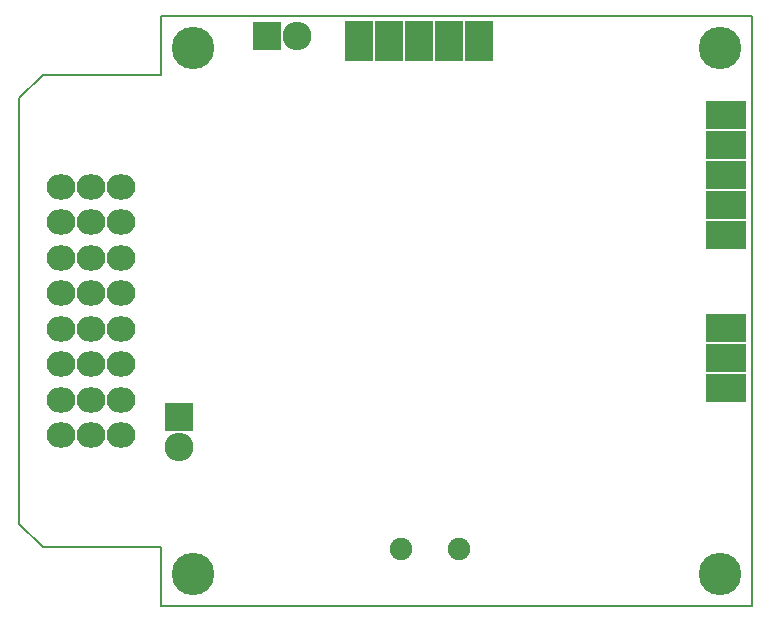
<source format=gbr>
G04 #@! TF.FileFunction,Soldermask,Bot*
%FSLAX46Y46*%
G04 Gerber Fmt 4.6, Leading zero omitted, Abs format (unit mm)*
G04 Created by KiCad (PCBNEW 4.0.2+dfsg1-stable) date Wed 04 Jan 2017 03:35:33 PM JST*
%MOMM*%
G01*
G04 APERTURE LIST*
%ADD10C,0.100000*%
%ADD11C,0.150000*%
%ADD12C,3.600000*%
%ADD13O,2.432000X2.127200*%
%ADD14R,2.400000X3.400000*%
%ADD15R,3.400000X2.400000*%
%ADD16R,2.432000X2.432000*%
%ADD17O,2.432000X2.432000*%
%ADD18C,1.901140*%
G04 APERTURE END LIST*
D10*
D11*
X25000000Y-25000000D02*
X25000000Y25000000D01*
X-25000000Y-25000000D02*
X25000000Y-25000000D01*
X-25000000Y-20000000D02*
X-25000000Y-25000000D01*
X-35000000Y-20000000D02*
X-25000000Y-20000000D01*
X-37000000Y-18000000D02*
X-35000000Y-20000000D01*
X-37000000Y18000000D02*
X-37000000Y-18000000D01*
X-35000000Y20000000D02*
X-37000000Y18000000D01*
X-25000000Y20000000D02*
X-35000000Y20000000D01*
X-25000000Y25000000D02*
X-25000000Y20000000D01*
X25000000Y25000000D02*
X-25000000Y25000000D01*
D12*
X22300000Y-22300000D03*
X22300000Y22300000D03*
X-22300000Y-22300000D03*
D13*
X-33500000Y10500000D03*
X-33500000Y7500000D03*
X-33500000Y4500000D03*
X-33500000Y1500000D03*
X-33500000Y-1500000D03*
X-33500000Y-4500000D03*
X-33500000Y-7500000D03*
X-33500000Y-10500000D03*
X-30960000Y10500000D03*
X-30960000Y7500000D03*
X-30960000Y4500000D03*
X-30960000Y1500000D03*
X-30960000Y-1500000D03*
X-30960000Y-4500000D03*
X-30960000Y-7500000D03*
X-30960000Y-10500000D03*
X-28420000Y10500000D03*
X-28420000Y7500000D03*
X-28420000Y4500000D03*
X-28420000Y1500000D03*
X-28420000Y-1500000D03*
X-28420000Y-4500000D03*
X-28420000Y-7500000D03*
X-28420000Y-10500000D03*
D14*
X-8236000Y22865000D03*
X-5696000Y22865000D03*
X-3156000Y22865000D03*
X-616000Y22865000D03*
X1924000Y22865000D03*
D15*
X22865000Y-1397000D03*
X22865000Y-3937000D03*
X22865000Y-6477000D03*
D16*
X-16000000Y23250000D03*
D17*
X-13460000Y23250000D03*
D16*
X-23500000Y-9000000D03*
D17*
X-23500000Y-11540000D03*
D15*
X22865000Y16580000D03*
X22865000Y14040000D03*
X22865000Y11500000D03*
X22865000Y8960000D03*
X22865000Y6420000D03*
D12*
X-22300000Y22300000D03*
D18*
X-4690940Y-20130000D03*
X190940Y-20130000D03*
M02*

</source>
